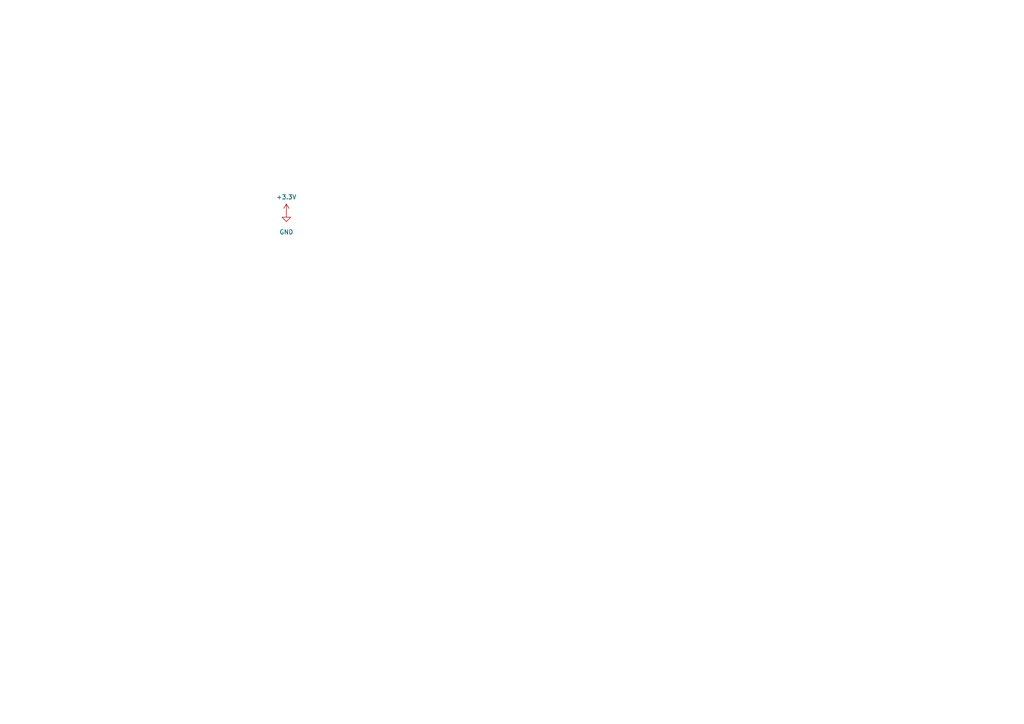
<source format=kicad_sch>
(kicad_sch (version 20211123) (generator eeschema)
  (paper "A4")
  (lib_symbols
    (symbol "power:+3.3V" (power) (pin_names (offset 0))
      (property "Value" "+3.3V" (at 0 3.556 0))
      (symbol "+3.3V_0_1"
        (polyline (pts (xy -0.762 1.27) (xy 0 2.54)))
        (polyline (pts (xy 0 0) (xy 0 2.54)))
        (polyline (pts (xy 0 2.54) (xy 0.762 1.27)))
      )
      (symbol "+3.3V_1_1"
        (pin power_in line (at 0 0 90) (length 0) hide (name "+3.3V") (number "1"))
      )
    )
    (symbol "power:GND" (power) (pin_names (offset 0))
      (property "Value" "GND" (at 0 -3.81 0))
      (symbol "GND_0_1"
        (polyline (pts (xy 0 0) (xy 0 -1.27) (xy 1.27 -1.27) (xy 0 -2.54) (xy -1.27 -1.27) (xy 0 -1.27)))
      )
      (symbol "GND_1_1"
        (pin power_in line (at 0 0 270) (length 0) hide (name "GND") (number "1"))
      )
    )
  )
  (symbol (lib_id "power:+3.3V") (at 83.058 61.722 0) (unit 1)
    (property "Reference" "#PWR?" (effects hide))
    (property "Value" "+3.3V" (at 83.058 57.15 0))
  )
  (symbol (lib_id "power:GND") (at 83.058 61.722 0) (unit 1)
    (property "Reference" "#PWR0101" (effects hide))
    (property "Value" "GND" (at 83.058 67.31 0))
  )
)
</source>
